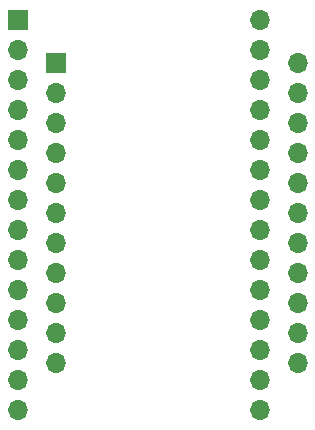
<source format=gbr>
G04 #@! TF.GenerationSoftware,KiCad,Pcbnew,(5.1.5)-3*
G04 #@! TF.CreationDate,2020-05-03T22:18:41-05:00*
G04 #@! TF.ProjectId,SoundAdapter28Pto22P,536f756e-6441-4646-9170-746572323850,rev?*
G04 #@! TF.SameCoordinates,Original*
G04 #@! TF.FileFunction,Copper,L2,Bot*
G04 #@! TF.FilePolarity,Positive*
%FSLAX46Y46*%
G04 Gerber Fmt 4.6, Leading zero omitted, Abs format (unit mm)*
G04 Created by KiCad (PCBNEW (5.1.5)-3) date 2020-05-03 22:18:41*
%MOMM*%
%LPD*%
G04 APERTURE LIST*
%ADD10R,1.700000X1.700000*%
%ADD11O,1.700000X1.700000*%
G04 APERTURE END LIST*
D10*
X116696501Y-84130501D03*
D11*
X137196501Y-84130501D03*
X116696501Y-86670501D03*
X137196501Y-86670501D03*
X116696501Y-89210501D03*
X137196501Y-89210501D03*
X116696501Y-91750501D03*
X137196501Y-91750501D03*
X116696501Y-94290501D03*
X137196501Y-94290501D03*
X116696501Y-96830501D03*
X137196501Y-96830501D03*
X116696501Y-99370501D03*
X137196501Y-99370501D03*
X116696501Y-101910501D03*
X137196501Y-101910501D03*
X116696501Y-104450501D03*
X137196501Y-104450501D03*
X116696501Y-106990501D03*
X137196501Y-106990501D03*
X116696501Y-109530501D03*
X137196501Y-109530501D03*
X116696501Y-112070501D03*
X137196501Y-112070501D03*
X116696501Y-114610501D03*
X137196501Y-114610501D03*
X116696501Y-117150501D03*
X137196501Y-117150501D03*
X140451500Y-113220500D03*
X119951500Y-113220500D03*
X140451500Y-110680500D03*
X119951500Y-110680500D03*
X140451500Y-108140500D03*
X119951500Y-108140500D03*
X140451500Y-105600500D03*
X119951500Y-105600500D03*
X140451500Y-103060500D03*
X119951500Y-103060500D03*
X140451500Y-100520500D03*
X119951500Y-100520500D03*
X140451500Y-97980500D03*
X119951500Y-97980500D03*
X140451500Y-95440500D03*
X119951500Y-95440500D03*
X140451500Y-92900500D03*
X119951500Y-92900500D03*
X140451500Y-90360500D03*
X119951500Y-90360500D03*
X140451500Y-87820500D03*
D10*
X119951500Y-87820500D03*
M02*

</source>
